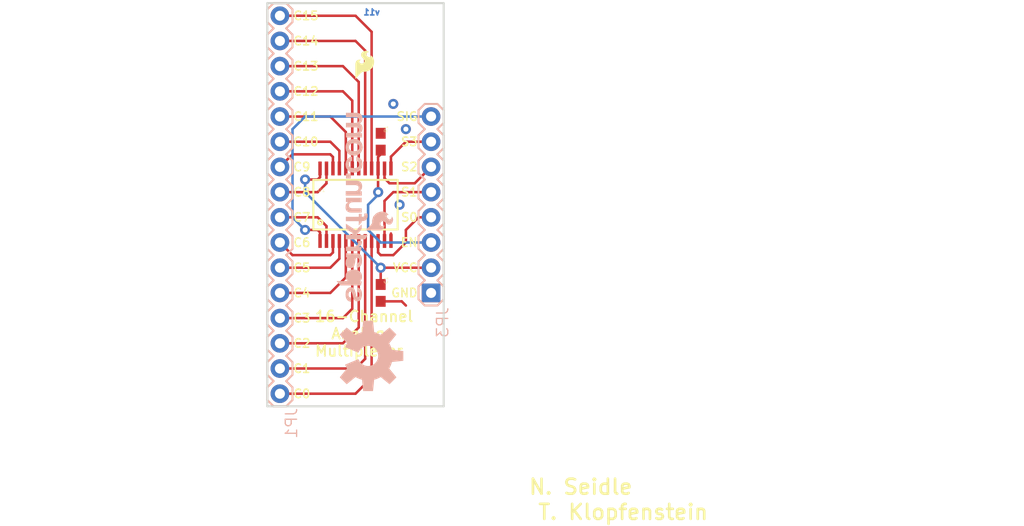
<source format=kicad_pcb>
(kicad_pcb (version 20211014) (generator pcbnew)
  (layers (0 "F.Cu" signal) (31 "B.Cu" signal) (34 "B.Paste" user) (35 "F.Paste" user) (36 "B.SilkS" user "B.Silkscreen") (37 "F.SilkS" user "F.Silkscreen") (38 "B.Mask" user) (39 "F.Mask" user) (44 "Edge.Cuts" user))
  (net 0 "")
  (net 1 "VCC")
  (net 2 "EN")
  (net 3 "S0")
  (net 4 "S1")
  (net 5 "S2")
  (net 6 "S3")
  (net 7 "SIG")
  (net 8 "GND")
  (net 9 "C0")
  (net 10 "C1")
  (net 11 "C2")
  (net 12 "C3")
  (net 13 "C4")
  (net 14 "C5")
  (net 15 "C6")
  (net 16 "C7")
  (net 17 "C8")
  (net 18 "C9")
  (net 19 "C10")
  (net 20 "C11")
  (net 21 "C12")
  (net 22 "C13")
  (net 23 "C14")
  (net 24 "C15")
  (footprint "boardEagle:0603" (layer "F.Cu") (at 151.0411 98.6536 -90)
    (fp_text reference "R1" (at -0.889 -0.762 -90) (layer "F.SilkS") (effects (font (size 0.373888 0.373888) (thickness 0.032512)) (justify left bottom)))
    (fp_text value "10K")
    (pad "1" smd rect (at -0.85 0 270) (size 1.1 1) (layers "F.Cu" "F.Paste" "F.Mask") (net 8 "GND"))
    (pad "2" smd rect (at 0.85 0 270) (size 1.1 1) (layers "F.Cu" "F.Paste" "F.Mask") (net 2 "EN"))
  )
  (footprint "boardEagle:SSOP24" (layer "F.Cu") (at 148.5011 105.0036)
    (fp_text reference "U1" (at -3.81 -1.27) (layer "F.SilkS") (effects (font (size 0.373888 0.373888) (thickness 0.032512)) (justify left bottom)))
    (fp_text value "MUX-74HC4067")
    (pad "1" smd rect (at -3.575 3.656) (size 0.348 1.397) (layers "F.Cu" "F.Paste" "F.Mask") (net 7 "SIG"))
    (pad "2" smd rect (at -2.925 3.656) (size 0.348 1.397) (layers "F.Cu" "F.Paste" "F.Mask") (net 16 "C7"))
    (pad "3" smd rect (at -2.275 3.656) (size 0.348 1.397) (layers "F.Cu" "F.Paste" "F.Mask") (net 15 "C6"))
    (pad "4" smd rect (at -1.625 3.656) (size 0.348 1.397) (layers "F.Cu" "F.Paste" "F.Mask") (net 14 "C5"))
    (pad "5" smd rect (at -0.975 3.656) (size 0.348 1.397) (layers "F.Cu" "F.Paste" "F.Mask") (net 13 "C4"))
    (pad "6" smd rect (at -0.325 3.656) (size 0.348 1.397) (layers "F.Cu" "F.Paste" "F.Mask") (net 12 "C3"))
    (pad "7" smd rect (at 0.325 3.656) (size 0.348 1.397) (layers "F.Cu" "F.Paste" "F.Mask") (net 11 "C2"))
    (pad "8" smd rect (at 0.975 3.656) (size 0.348 1.397) (layers "F.Cu" "F.Paste" "F.Mask") (net 10 "C1"))
    (pad "9" smd rect (at 1.625 3.656) (size 0.348 1.397) (layers "F.Cu" "F.Paste" "F.Mask") (net 9 "C0"))
    (pad "10" smd rect (at 2.275 3.656) (size 0.348 1.397) (layers "F.Cu" "F.Paste" "F.Mask") (net 3 "S0"))
    (pad "11" smd rect (at 2.925 3.656) (size 0.348 1.397) (layers "F.Cu" "F.Paste" "F.Mask") (net 4 "S1"))
    (pad "12" smd rect (at 3.575 3.656) (size 0.348 1.397) (layers "F.Cu" "F.Paste" "F.Mask") (net 8 "GND"))
    (pad "13" smd rect (at 3.575 -3.656 180) (size 0.348 1.397) (layers "F.Cu" "F.Paste" "F.Mask") (net 6 "S3"))
    (pad "14" smd rect (at 2.925 -3.656 180) (size 0.348 1.397) (layers "F.Cu" "F.Paste" "F.Mask") (net 5 "S2"))
    (pad "15" smd rect (at 2.275 -3.656) (size 0.348 1.397) (layers "F.Cu" "F.Paste" "F.Mask") (net 2 "EN"))
    (pad "16" smd rect (at 1.625 -3.656) (size 0.348 1.397) (layers "F.Cu" "F.Paste" "F.Mask") (net 24 "C15"))
    (pad "17" smd rect (at 0.975 -3.656) (size 0.348 1.397) (layers "F.Cu" "F.Paste" "F.Mask") (net 23 "C14"))
    (pad "18" smd rect (at 0.325 -3.656) (size 0.348 1.397) (layers "F.Cu" "F.Paste" "F.Mask") (net 22 "C13"))
    (pad "19" smd rect (at -0.325 -3.656) (size 0.348 1.397) (layers "F.Cu" "F.Paste" "F.Mask") (net 21 "C12"))
    (pad "20" smd rect (at -0.975 -3.656) (size 0.348 1.397) (layers "F.Cu" "F.Paste" "F.Mask") (net 20 "C11"))
    (pad "21" smd rect (at -1.625 -3.656) (size 0.348 1.397) (layers "F.Cu" "F.Paste" "F.Mask") (net 19 "C10"))
    (pad "22" smd rect (at -2.275 -3.656) (size 0.348 1.397) (layers "F.Cu" "F.Paste" "F.Mask") (net 18 "C9"))
    (pad "23" smd rect (at -2.925 -3.656) (size 0.348 1.397) (layers "F.Cu" "F.Paste" "F.Mask") (net 17 "C8"))
    (pad "24" smd rect (at -3.575 -3.656) (size 0.348 1.397) (layers "F.Cu" "F.Paste" "F.Mask") (net 1 "VCC"))
  )
  (footprint "boardEagle:REVISION" (layer "F.Cu") (at 144.3101 137.0076)
    (fp_text reference "U$2" hide)
    (fp_text value "REVISION" hide)
  )
  (footprint "boardEagle:CREATIVE_COMMONS" (layer "F.Cu") (at 132.984644 134.2136)
    (fp_text reference "FRAME1" hide)
    (fp_text value "FRAME-LETTER" hide)
  )
  (footprint "boardEagle:0603" (layer "F.Cu") (at 151.0411 113.8936 -90)
    (fp_text reference "C1" (at -0.889 -0.762 -90) (layer "F.SilkS") (effects (font (size 0.373888 0.373888) (thickness 0.032512)) (justify left bottom)))
    (fp_text value "0.1uF")
    (pad "1" smd rect (at -0.85 0 270) (size 1.1 1) (layers "F.Cu" "F.Paste" "F.Mask") (net 1 "VCC"))
    (pad "2" smd rect (at 0.85 0 270) (size 1.1 1) (layers "F.Cu" "F.Paste" "F.Mask") (net 8 "GND"))
  )
  (footprint "boardEagle:SFE-LOGO-FLAME" (layer "F.Cu") (at 148.5011 92.3036)
    (fp_text reference "LOGO2" hide)
    (fp_text value "LOGO-SFESK" hide)
  )
  (footprint "boardEagle:STAND-OFF" (layer "F.Cu") (at 154.8511 122.7836)
    (fp_text reference "STANDOFF2" hide)
    (fp_text value "STAND-OFF" hide)
    (pad "" np_thru_hole circle (at 0 0) (size 3.302 3.302) (drill 3.302) (layers *.Cu *.Mask))
  )
  (footprint "boardEagle:STAND-OFF" (layer "F.Cu") (at 154.8511 87.2236)
    (fp_text reference "STANDOFF1" hide)
    (fp_text value "STAND-OFF" hide)
    (pad "" np_thru_hole circle (at 0 0) (size 3.302 3.302) (drill 3.302) (layers *.Cu *.Mask))
  )
  (footprint "boardEagle:SFE-NEW-WEBLOGO" (layer "B.Cu") (at 146.5961 114.7826 90)
    (fp_text reference "U$1" hide)
    (fp_text value "LOGO-SFENEW" hide)
  )
  (footprint "boardEagle:OSHW-LOGO-L" (layer "B.Cu") (at 149.7711 120.2436 90)
    (fp_text reference "LOGO1" hide)
    (fp_text value "OSHW-LOGOL" hide)
  )
  (footprint "boardEagle:1X16" (layer "B.Cu") (at 140.8811 124.0536 90)
    (fp_text reference "JP1" (at -1.3462 1.8288 270) (layer "B.SilkS") (effects (font (size 1.143 1.143) (thickness 0.127)) (justify left bottom mirror)))
    (fp_text value "")
    (pad "1" thru_hole circle (at 0 0) (size 1.8796 1.8796) (drill 1.016) (layers *.Cu *.Mask) (net 9 "C0"))
    (pad "2" thru_hole circle (at 2.54 0) (size 1.8796 1.8796) (drill 1.016) (layers *.Cu *.Mask) (net 10 "C1"))
    (pad "3" thru_hole circle (at 5.08 0) (size 1.8796 1.8796) (drill 1.016) (layers *.Cu *.Mask) (net 11 "C2"))
    (pad "4" thru_hole circle (at 7.62 0) (size 1.8796 1.8796) (drill 1.016) (layers *.Cu *.Mask) (net 12 "C3"))
    (pad "5" thru_hole circle (at 10.16 0) (size 1.8796 1.8796) (drill 1.016) (layers *.Cu *.Mask) (net 13 "C4"))
    (pad "6" thru_hole circle (at 12.7 0) (size 1.8796 1.8796) (drill 1.016) (layers *.Cu *.Mask) (net 14 "C5"))
    (pad "7" thru_hole circle (at 15.24 0) (size 1.8796 1.8796) (drill 1.016) (layers *.Cu *.Mask) (net 15 "C6"))
    (pad "8" thru_hole circle (at 17.78 0) (size 1.8796 1.8796) (drill 1.016) (layers *.Cu *.Mask) (net 16 "C7"))
    (pad "9" thru_hole circle (at 20.32 0) (size 1.8796 1.8796) (drill 1.016) (layers *.Cu *.Mask) (net 17 "C8"))
    (pad "10" thru_hole circle (at 22.86 0) (size 1.8796 1.8796) (drill 1.016) (layers *.Cu *.Mask) (net 18 "C9"))
    (pad "11" thru_hole circle (at 25.4 0) (size 1.8796 1.8796) (drill 1.016) (layers *.Cu *.Mask) (net 19 "C10"))
    (pad "12" thru_hole circle (at 27.94 0) (size 1.8796 1.8796) (drill 1.016) (layers *.Cu *.Mask) (net 20 "C11"))
    (pad "13" thru_hole circle (at 30.48 0) (size 1.8796 1.8796) (drill 1.016) (layers *.Cu *.Mask) (net 21 "C12"))
    (pad "14" thru_hole circle (at 33.02 0) (size 1.8796 1.8796) (drill 1.016) (layers *.Cu *.Mask) (net 22 "C13"))
    (pad "15" thru_hole circle (at 35.56 0) (size 1.8796 1.8796) (drill 1.016) (layers *.Cu *.Mask) (net 23 "C14"))
    (pad "16" thru_hole circle (at 38.1 0) (size 1.8796 1.8796) (drill 1.016) (layers *.Cu *.Mask) (net 24 "C15"))
  )
  (footprint "boardEagle:1X08" (layer "B.Cu") (at 156.1211 113.8936 90)
    (fp_text reference "JP3" (at -1.3462 1.8288 270) (layer "B.SilkS") (effects (font (size 1.143 1.143) (thickness 0.127)) (justify left bottom mirror)))
    (fp_text value "")
    (pad "1" thru_hole rect (at 0 0) (size 1.8796 1.8796) (drill 1.016) (layers *.Cu *.Mask) (net 8 "GND"))
    (pad "2" thru_hole circle (at 2.54 0) (size 1.8796 1.8796) (drill 1.016) (layers *.Cu *.Mask) (net 1 "VCC"))
    (pad "3" thru_hole circle (at 5.08 0) (size 1.8796 1.8796) (drill 1.016) (layers *.Cu *.Mask) (net 2 "EN"))
    (pad "4" thru_hole circle (at 7.62 0) (size 1.8796 1.8796) (drill 1.016) (layers *.Cu *.Mask) (net 3 "S0"))
    (pad "5" thru_hole circle (at 10.16 0) (size 1.8796 1.8796) (drill 1.016) (layers *.Cu *.Mask) (net 4 "S1"))
    (pad "6" thru_hole circle (at 12.7 0) (size 1.8796 1.8796) (drill 1.016) (layers *.Cu *.Mask) (net 5 "S2"))
    (pad "7" thru_hole circle (at 15.24 0) (size 1.8796 1.8796) (drill 1.016) (layers *.Cu *.Mask) (net 6 "S3"))
    (pad "8" thru_hole circle (at 17.78 0) (size 1.8796 1.8796) (drill 1.016) (layers *.Cu *.Mask) (net 7 "SIG"))
  )
  (gr_line (start 139.6111 84.6836) (end 139.6111 125.3236) (layer "Edge.Cuts") (width 0.2032))
  (gr_line (start 139.6111 125.3236) (end 157.3911 125.3236) (layer "Edge.Cuts") (width 0.2032))
  (gr_line (start 157.3911 125.3236) (end 157.3911 84.6836) (layer "Edge.Cuts") (width 0.2032))
  (gr_line (start 157.3911 84.6836) (end 139.6111 84.6836) (layer "Edge.Cuts") (width 0.2032))
  (gr_text "v11" (at 151.0411 85.9536) (layer "B.Cu") (effects (font (size 0.6096 0.6096) (thickness 0.2032)) (justify left bottom mirror)))
  (gr_text "C13" (at 142.1511 91.5416) (layer "F.SilkS") (effects (font (size 0.8636 0.8636) (thickness 0.1524)) (justify left bottom)))
  (gr_text "S3" (at 154.8511 98.1456) (layer "F.SilkS") (effects (font (size 0.8636 0.8636) (thickness 0.1524)) (justify right top)))
  (gr_text "C4" (at 142.1511 114.4016) (layer "F.SilkS") (effects (font (size 0.8636 0.8636) (thickness 0.1524)) (justify left bottom)))
  (gr_text "C1" (at 142.1511 122.0216) (layer "F.SilkS") (effects (font (size 0.8636 0.8636) (thickness 0.1524)) (justify left bottom)))
  (gr_text "N. Seidle" (at 176.5681 132.5626) (layer "F.SilkS") (effects (font (size 1.5113 1.5113) (thickness 0.2667)) (justify right top)))
  (gr_text "EN" (at 154.8511 108.3056) (layer "F.SilkS") (effects (font (size 0.8636 0.8636) (thickness 0.1524)) (justify right top)))
  (gr_text "C0" (at 142.1511 124.5616) (layer "F.SilkS") (effects (font (size 0.8636 0.8636) (thickness 0.1524)) (justify left bottom)))
  (gr_text "S0" (at 154.8511 105.7656) (layer "F.SilkS") (effects (font (size 0.8636 0.8636) (thickness 0.1524)) (justify right top)))
  (gr_text "C3" (at 142.1511 116.9416) (layer "F.SilkS") (effects (font (size 0.8636 0.8636) (thickness 0.1524)) (justify left bottom)))
  (gr_text "C5" (at 142.1511 111.8616) (layer "F.SilkS") (effects (font (size 0.8636 0.8636) (thickness 0.1524)) (justify left bottom)))
  (gr_text "GND" (at 154.8511 113.3856) (layer "F.SilkS") (effects (font (size 0.8636 0.8636) (thickness 0.1524)) (justify right top)))
  (gr_text "C12" (at 142.1511 94.0816) (layer "F.SilkS") (effects (font (size 0.8636 0.8636) (thickness 0.1524)) (justify left bottom)))
  (gr_text "16-Channel\n  Analog\nMultiplexer" (at 144.3101 120.3706) (layer "F.SilkS") (effects (font (size 1.0795 1.0795) (thickness 0.1905)) (justify left bottom)))
  (gr_text "C6" (at 142.1511 109.3216) (layer "F.SilkS") (effects (font (size 0.8636 0.8636) (thickness 0.1524)) (justify left bottom)))
  (gr_text "C2" (at 142.1511 119.4816) (layer "F.SilkS") (effects (font (size 0.8636 0.8636) (thickness 0.1524)) (justify left bottom)))
  (gr_text "C10" (at 142.1511 99.1616) (layer "F.SilkS") (effects (font (size 0.8636 0.8636) (thickness 0.1524)) (justify left bottom)))
  (gr_text "C9" (at 142.1511 101.7016) (layer "F.SilkS") (effects (font (size 0.8636 0.8636) (thickness 0.1524)) (justify left bottom)))
  (gr_text "C7" (at 142.1511 106.7816) (layer "F.SilkS") (effects (font (size 0.8636 0.8636) (thickness 0.1524)) (justify left bottom)))
  (gr_text "C8" (at 142.1511 104.2416) (layer "F.SilkS") (effects (font (size 0.8636 0.8636) (thickness 0.1524)) (justify left bottom)))
  (gr_text "S2" (at 154.8511 100.6856) (layer "F.SilkS") (effects (font (size 0.8636 0.8636) (thickness 0.1524)) (justify right top)))
  (gr_text "T. Klopfenstein" (at 184.1881 135.1026) (layer "F.SilkS") (effects (font (size 1.5113 1.5113) (thickness 0.2667)) (justify right top)))
  (gr_text "C11" (at 142.1511 96.6216) (layer "F.SilkS") (effects (font (size 0.8636 0.8636) (thickness 0.1524)) (justify left bottom)))
  (gr_text "VCC" (at 154.8511 110.8456) (layer "F.SilkS") (effects (font (size 0.8636 0.8636) (thickness 0.1524)) (justify right top)))
  (gr_text "C15" (at 142.1511 86.4616) (layer "F.SilkS") (effects (font (size 0.8636 0.8636) (thickness 0.1524)) (justify left bottom)))
  (gr_text "SIG" (at 154.8511 95.6056) (layer "F.SilkS") (effects (font (size 0.8636 0.8636) (thickness 0.1524)) (justify right top)))
  (gr_text "C14" (at 142.1511 89.0016) (layer "F.SilkS") (effects (font (size 0.8636 0.8636) (thickness 0.1524)) (justify left bottom)))
  (gr_text "S1" (at 154.8511 103.2256) (layer "F.SilkS") (effects (font (size 0.8636 0.8636) (thickness 0.1524)) (justify right top)))
  (segment (start 144.9261 101.3476) (end 144.9261 102.2286) (width 0.254) (layer "F.Cu") (net 1))
  (segment (start 144.6911 102.4636) (end 143.4211 102.4636) (width 0.254) (layer "F.Cu") (net 1))
  (segment (start 151.0411 111.3536) (end 156.1211 111.3536) (width 0.254) (layer "F.Cu") (net 1))
  (segment (start 144.9261 102.2286) (end 144.6911 102.4636) (width 0.254) (layer "F.Cu") (net 1))
  (segment (start 151.0411 113.0436) (end 151.0411 111.3536) (width 0.254) (layer "F.Cu") (net 1))
  (via (at 143.4211 102.4636) (size 1.016) (drill 0.508) (layers "F.Cu" "B.Cu") (net 1))
  (via (at 151.0411 111.3536) (size 1.016) (drill 0.508) (layers "F.Cu" "B.Cu") (net 1))
  (segment (start 143.4211 103.7336) (end 143.4211 102.4636) (width 0.254) (layer "B.Cu") (net 1))
  (segment (start 151.0411 111.3536) (end 143.4211 103.7336) (width 0.254) (layer "B.Cu") (net 1))
  (segment (start 150.7761 103.7226) (end 150.7761 101.3476) (width 0.254) (layer "F.Cu") (net 2))
  (segment (start 150.7871 103.7336) (end 150.7761 103.7226) (width 0.254) (layer "F.Cu") (net 2))
  (segment (start 151.0411 99.9236) (end 151.0411 99.5036) (width 0.254) (layer "F.Cu") (net 2))
  (segment (start 150.7761 101.3476) (end 150.7761 100.1886) (width 0.254) (layer "F.Cu") (net 2))
  (segment (start 150.7761 100.1886) (end 151.0411 99.9236) (width 0.254) (layer "F.Cu") (net 2))
  (via (at 150.7871 103.7336) (size 1.016) (drill 0.508) (layers "F.Cu" "B.Cu") (net 2))
  (segment (start 150.7871 103.9876) (end 150.7871 103.7336) (width 0.254) (layer "B.Cu") (net 2))
  (segment (start 151.0411 108.8136) (end 149.7711 107.5436) (width 0.254) (layer "B.Cu") (net 2))
  (segment (start 149.7711 107.5436) (end 149.7711 105.0036) (width 0.254) (layer "B.Cu") (net 2))
  (segment (start 151.0411 108.8136) (end 156.1211 108.8136) (width 0.254) (layer "B.Cu") (net 2))
  (segment (start 149.7711 105.0036) (end 150.7871 103.9876) (width 0.254) (layer "B.Cu") (net 2))
  (segment (start 153.5811 107.5436) (end 154.8511 106.2736) (width 0.254) (layer "F.Cu") (net 3))
  (segment (start 150.7761 109.8186) (end 151.0411 110.0836) (width 0.254) (layer "F.Cu") (net 3))
  (segment (start 154.8511 106.2736) (end 156.1211 106.2736) (width 0.254) (layer "F.Cu") (net 3))
  (segment (start 150.7761 108.6596) (end 150.7761 109.8186) (width 0.254) (layer "F.Cu") (net 3))
  (segment (start 152.3111 110.0836) (end 153.5811 108.8136) (width 0.254) (layer "F.Cu") (net 3))
  (segment (start 153.5811 108.8136) (end 153.5811 107.5436) (width 0.254) (layer "F.Cu") (net 3))
  (segment (start 151.0411 110.0836) (end 152.3111 110.0836) (width 0.254) (layer "F.Cu") (net 3))
  (segment (start 151.4261 104.6186) (end 152.3111 103.7336) (width 0.254) (layer "F.Cu") (net 4))
  (segment (start 151.4261 108.6596) (end 151.4261 104.6186) (width 0.254) (layer "F.Cu") (net 4))
  (segment (start 152.3111 103.7336) (end 156.1211 103.7336) (width 0.254) (layer "F.Cu") (net 4))
  (segment (start 151.4261 102.3406) (end 151.4261 101.3476) (width 0.254) (layer "F.Cu") (net 5))
  (segment (start 151.9301 102.8446) (end 154.4701 102.8446) (width 0.254) (layer "F.Cu") (net 5))
  (segment (start 154.4701 102.8446) (end 156.1211 101.1936) (width 0.254) (layer "F.Cu") (net 5))
  (segment (start 151.9301 102.8446) (end 151.4261 102.3406) (width 0.254) (layer "F.Cu") (net 5))
  (segment (start 152.0761 100.1586) (end 153.5811 98.6536) (width 0.254) (layer "F.Cu") (net 6))
  (segment (start 152.0761 101.3476) (end 152.0761 100.1586) (width 0.254) (layer "F.Cu") (net 6))
  (segment (start 153.5811 98.6536) (end 156.1211 98.6536) (width 0.254) (layer "F.Cu") (net 6))
  (segment (start 144.9261 107.7786) (end 144.6911 107.5436) (width 0.254) (layer "F.Cu") (net 7))
  (segment (start 144.9261 108.6596) (end 144.9261 107.7786) (width 0.254) (layer "F.Cu") (net 7))
  (segment (start 144.6911 107.5436) (end 143.4211 107.5436) (width 0.254) (layer "F.Cu") (net 7))
  (via (at 143.4211 107.5436) (size 1.016) (drill 0.508) (layers "F.Cu" "B.Cu") (net 7))
  (segment (start 143.4211 107.5436) (end 142.1511 106.2736) (width 0.254) (layer "B.Cu") (net 7))
  (segment (start 142.1511 106.2736) (end 142.1511 97.3836) (width 0.254) (layer "B.Cu") (net 7))
  (segment (start 142.1511 97.3836) (end 143.4211 96.1136) (width 0.254) (layer "B.Cu") (net 7))
  (segment (start 143.4211 96.1136) (end 156.1211 96.1136) (width 0.254) (layer "B.Cu") (net 7))
  (segment (start 152.0761 108.6596) (end 152.0761 107.9056) (width 0.254) (layer "F.Cu") (net 8))
  (segment (start 151.0411 114.7436) (end 153.1611 114.7436) (width 0.254) (layer "F.Cu") (net 8))
  (segment (start 153.1611 114.7436) (end 153.5811 115.1636) (width 0.254) (layer "F.Cu") (net 8))
  (via (at 153.5811 97.3836) (size 1.016) (drill 0.508) (layers "F.Cu" "B.Cu") (net 8))
  (via (at 152.3111 94.8436) (size 1.016) (drill 0.508) (layers "F.Cu" "B.Cu") (net 8))
  (via (at 152.9461 105.0036) (size 1.016) (drill 0.508) (layers "F.Cu" "B.Cu") (net 8))
  (segment (start 140.8811 124.0536) (end 148.5011 124.0536) (width 0.254) (layer "F.Cu") (net 9))
  (segment (start 148.5011 124.0536) (end 150.1261 122.4286) (width 0.254) (layer "F.Cu") (net 9))
  (segment (start 150.1261 122.4286) (end 150.1261 108.6596) (width 0.254) (layer "F.Cu") (net 9))
  (segment (start 149.4761 120.5386) (end 149.4761 108.6596) (width 0.254) (layer "F.Cu") (net 10))
  (segment (start 148.5011 121.5136) (end 149.4761 120.5386) (width 0.254) (layer "F.Cu") (net 10))
  (segment (start 140.8811 121.5136) (end 148.5011 121.5136) (width 0.254) (layer "F.Cu") (net 10))
  (segment (start 147.2311 118.9736) (end 148.8261 117.3786) (width 0.254) (layer "F.Cu") (net 11))
  (segment (start 140.8811 118.9736) (end 147.2311 118.9736) (width 0.254) (layer "F.Cu") (net 11))
  (segment (start 148.8261 117.3786) (end 148.8261 108.6596) (width 0.254) (layer "F.Cu") (net 11))
  (segment (start 147.2311 116.4336) (end 148.1761 115.4886) (width 0.254) (layer "F.Cu") (net 12))
  (segment (start 140.8811 116.4336) (end 147.2311 116.4336) (width 0.254) (layer "F.Cu") (net 12))
  (segment (start 148.1761 115.4886) (end 148.1761 108.6596) (width 0.254) (layer "F.Cu") (net 12))
  (segment (start 140.8811 113.8936) (end 145.9611 113.8936) (width 0.254) (layer "F.Cu") (net 13))
  (segment (start 147.5261 112.3286) (end 147.5261 108.6596) (width 0.254) (layer "F.Cu") (net 13))
  (segment (start 145.9611 113.8936) (end 147.5261 112.3286) (width 0.254) (layer "F.Cu") (net 13))
  (segment (start 145.9611 111.3536) (end 146.8761 110.4386) (width 0.254) (layer "F.Cu") (net 14))
  (segment (start 146.8761 110.4386) (end 146.8761 108.6596) (width 0.254) (layer "F.Cu") (net 14))
  (segment (start 140.8811 111.3536) (end 145.9611 111.3536) (width 0.254) (layer "F.Cu") (net 14))
  (segment (start 142.1511 110.0836) (end 140.8811 108.8136) (width 0.254) (layer "F.Cu") (net 15))
  (segment (start 145.9611 110.0836) (end 142.1511 110.0836) (width 0.254) (layer "F.Cu") (net 15))
  (segment (start 146.2261 108.6596) (end 146.2261 109.8186) (width 0.254) (layer "F.Cu") (net 15))
  (segment (start 146.2261 109.8186) (end 145.9611 110.0836) (width 0.254) (layer "F.Cu") (net 15))
  (segment (start 144.6911 106.2736) (end 145.5761 107.1586) (width 0.254) (layer "F.Cu") (net 16))
  (segment (start 145.5761 107.1586) (end 145.5761 108.6596) (width 0.254) (layer "F.Cu") (net 16))
  (segment (start 140.8811 106.2736) (end 144.6911 106.2736) (width 0.254) (layer "F.Cu") (net 16))
  (segment (start 145.5761 102.8486) (end 144.6911 103.7336) (width 0.254) (layer "F.Cu") (net 17))
  (segment (start 145.5761 102.8486) (end 145.5761 101.3476) (width 0.254) (layer "F.Cu") (net 17))
  (segment (start 144.6911 103.7336) (end 140.8811 103.7336) (width 0.254) (layer "F.Cu") (net 17))
  (segment (start 142.1511 99.9236) (end 145.9611 99.9236) (width 0.254) (layer "F.Cu") (net 18))
  (segment (start 146.2261 100.1886) (end 146.2261 101.3476) (width 0.254) (layer "F.Cu") (net 18))
  (segment (start 140.8811 101.1936) (end 142.1511 99.9236) (width 0.254) (layer "F.Cu") (net 18))
  (segment (start 145.9611 99.9236) (end 146.2261 100.1886) (width 0.254) (layer "F.Cu") (net 18))
  (segment (start 140.8811 98.6536) (end 145.9611 98.6536) (width 0.254) (layer "F.Cu") (net 19))
  (segment (start 145.9611 98.6536) (end 146.8761 99.5686) (width 0.254) (layer "F.Cu") (net 19))
  (segment (start 146.8761 99.5686) (end 146.8761 101.3476) (width 0.254) (layer "F.Cu") (net 19))
  (segment (start 140.8811 96.1136) (end 145.9611 96.1136) (width 0.254) (layer "F.Cu") (net 20))
  (segment (start 145.9611 96.1136) (end 147.5261 97.6786) (width 0.254) (layer "F.Cu") (net 20))
  (segment (start 147.5261 97.6786) (end 147.5261 101.3476) (width 0.254) (layer "F.Cu") (net 20))
  (segment (start 147.2311 93.5736) (end 148.1761 94.5186) (width 0.254) (layer "F.Cu") (net 21))
  (segment (start 148.1761 94.5186) (end 148.1761 101.3476) (width 0.254) (layer "F.Cu") (net 21))
  (segment (start 140.8811 93.5736) (end 147.2311 93.5736) (width 0.254) (layer "F.Cu") (net 21))
  (segment (start 147.2311 91.0336) (end 140.8811 91.0336) (width 0.254) (layer "F.Cu") (net 22))
  (segment (start 148.8261 92.6286) (end 147.2311 91.0336) (width 0.254) (layer "F.Cu") (net 22))
  (segment (start 148.8261 101.3476) (end 148.8261 92.6286) (width 0.254) (layer "F.Cu") (net 22))
  (segment (start 148.5011 88.4936) (end 140.8811 88.4936) (width 0.254) (layer "F.Cu") (net 23))
  (segment (start 149.4761 89.4686) (end 148.5011 88.4936) (width 0.254) (layer "F.Cu") (net 23))
  (segment (start 149.4761 101.3476) (end 149.4761 89.4686) (width 0.254) (layer "F.Cu") (net 23))
  (segment (start 150.1261 87.5786) (end 148.5011 85.9536) (width 0.254) (layer "F.Cu") (net 24))
  (segment (start 150.1261 101.3476) (end 150.1261 87.5786) (width 0.254) (layer "F.Cu") (net 24))
  (segment (start 148.5011 85.9536) (end 140.8811 85.9536) (width 0.254) (layer "F.Cu") (net 24))
)
</source>
